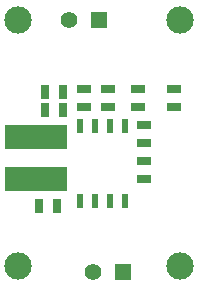
<source format=gts>
G04 (created by PCBNEW (2014-01-10 BZR 4027)-stable) date sab 21 mar 2015 15:48:28 CET*
%MOIN*%
G04 Gerber Fmt 3.4, Leading zero omitted, Abs format*
%FSLAX34Y34*%
G01*
G70*
G90*
G04 APERTURE LIST*
%ADD10C,0.00590551*%
%ADD11R,0.02X0.045*%
%ADD12R,0.045X0.025*%
%ADD13R,0.025X0.045*%
%ADD14R,0.2085X0.0787*%
%ADD15R,0.055X0.055*%
%ADD16C,0.055*%
%ADD17C,0.0912598*%
G04 APERTURE END LIST*
G54D10*
G54D11*
X56450Y-23150D03*
X56950Y-23150D03*
X57450Y-23150D03*
X57950Y-23150D03*
X57950Y-25650D03*
X57450Y-25650D03*
X56950Y-25650D03*
X56450Y-25650D03*
G54D12*
X57400Y-21900D03*
X57400Y-22500D03*
X59600Y-21900D03*
X59600Y-22500D03*
X58600Y-24300D03*
X58600Y-24900D03*
X58400Y-22500D03*
X58400Y-21900D03*
G54D13*
X55300Y-22000D03*
X55900Y-22000D03*
X55100Y-25800D03*
X55700Y-25800D03*
G54D12*
X58600Y-23700D03*
X58600Y-23100D03*
X56600Y-22500D03*
X56600Y-21900D03*
G54D13*
X55300Y-22600D03*
X55900Y-22600D03*
G54D14*
X55000Y-24888D03*
X55000Y-23512D03*
G54D15*
X57900Y-28000D03*
G54D16*
X56900Y-28000D03*
G54D15*
X57100Y-19600D03*
G54D16*
X56100Y-19600D03*
G54D17*
X59800Y-19600D03*
X54400Y-19600D03*
X59800Y-27800D03*
X54400Y-27800D03*
M02*

</source>
